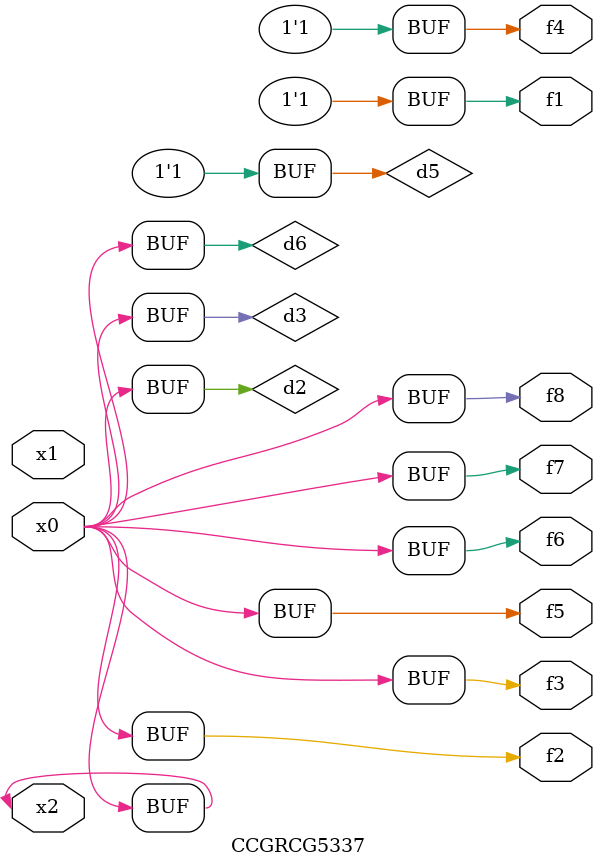
<source format=v>
module CCGRCG5337(
	input x0, x1, x2,
	output f1, f2, f3, f4, f5, f6, f7, f8
);

	wire d1, d2, d3, d4, d5, d6;

	xnor (d1, x2);
	buf (d2, x0, x2);
	and (d3, x0);
	xnor (d4, x1, x2);
	nand (d5, d1, d3);
	buf (d6, d2, d3);
	assign f1 = d5;
	assign f2 = d6;
	assign f3 = d6;
	assign f4 = d5;
	assign f5 = d6;
	assign f6 = d6;
	assign f7 = d6;
	assign f8 = d6;
endmodule

</source>
